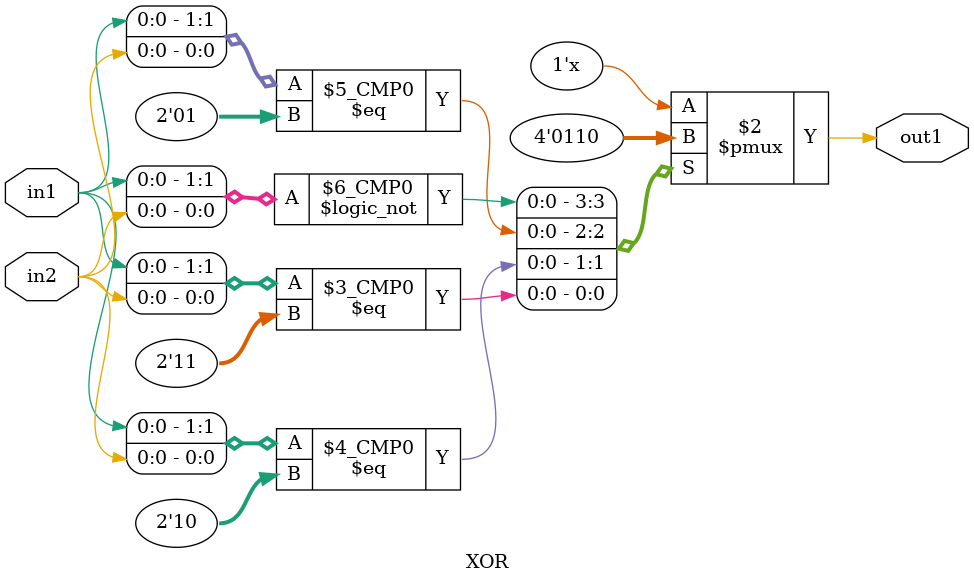
<source format=v>
module XOR(output out1, input in1, in2);
  always@(in1,in2)
    begin
      case({in1,in2})
        2'b00: {out1} = 1'b0;
        2'b01: {out1} = 1'b1;
        2'b10: {out1} = 1'b1;
        2'b11: {out1} = 1'b0;
      endcase
    end
endmodule

</source>
